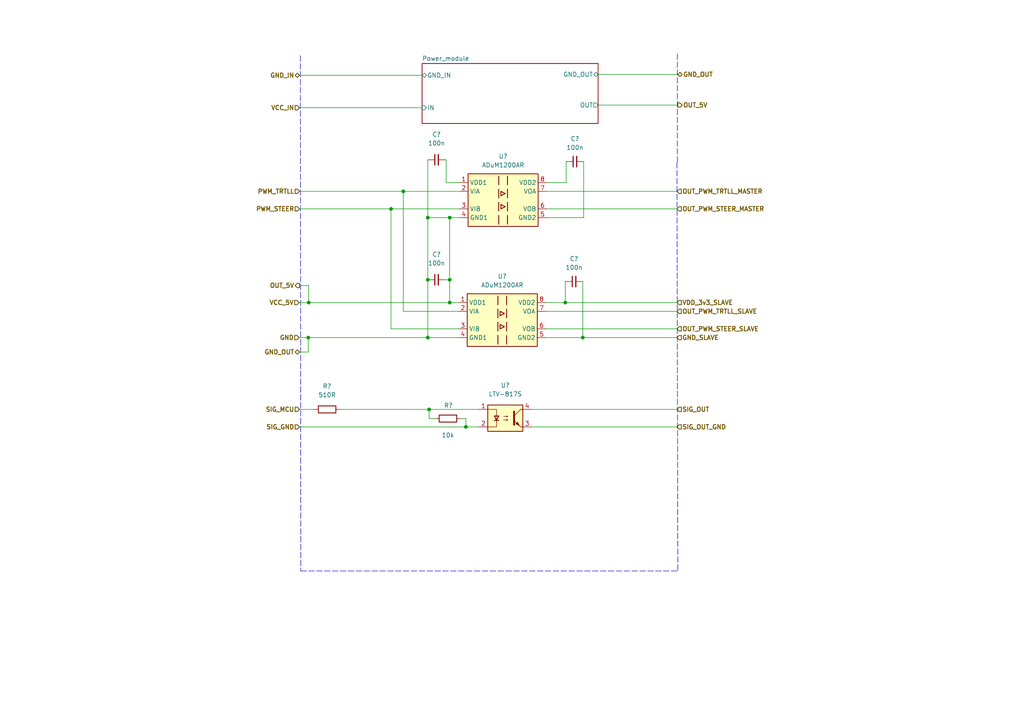
<source format=kicad_sch>
(kicad_sch (version 20211123) (generator eeschema)
  (paper "A4")
  (lib_symbols
    (symbol "Device:C_Small" (pin_numbers hide) (pin_names (offset 0.254) hide)
      (property "Reference" "C" (at 0.254 1.778 0))
      (property "Value" "C_Small" (at 0.254 -2.032 0))
      (symbol "C_Small_0_1"
        (polyline (pts (xy -1.524 -0.508) (xy 1.524 -0.508)) (stroke (width 0.3302)))
        (polyline (pts (xy -1.524 0.508) (xy 1.524 0.508)) (stroke (width 0.3048)))
      )
      (symbol "C_Small_1_1"
        (pin passive line (at 0 2.54 270) (length 2.032) (name "~") (number "1"))
        (pin passive line (at 0 -2.54 90) (length 2.032) (name "~") (number "2"))
      )
    )
    (symbol "Device:R" (pin_numbers hide) (pin_names (offset 0))
      (property "Reference" "R" (at 2.032 0 90))
      (property "Value" "R" (at 0 0 90))
      (symbol "R_0_1"
        (rectangle (start -1.016 -2.54) (end 1.016 2.54) (stroke (width 0.254)))
      )
      (symbol "R_1_1"
        (pin passive line (at 0 3.81 270) (length 1.27) (name "~") (number "1"))
        (pin passive line (at 0 -3.81 90) (length 1.27) (name "~") (number "2"))
      )
    )
    (symbol "Isolator:ADuM1200AR"
      (property "Reference" "U" (at -10.16 8.89 0))
      (property "Value" "ADuM1200AR" (at -2.032 8.89 0))
      (symbol "ADuM1200AR_0_1"
        (rectangle (start -10.16 7.62) (end 10.16 -7.62) (stroke (width 0.254)) (fill (type background)))
        (polyline (pts (xy -1.27 -4.445) (xy -1.27 -6.985)) (stroke (width 0.254)))
        (polyline (pts (xy -1.27 -0.635) (xy -1.27 -3.175)) (stroke (width 0.254)))
        (polyline (pts (xy -1.27 3.175) (xy -1.27 0.635)) (stroke (width 0.254)))
        (polyline (pts (xy -1.27 6.985) (xy -1.27 4.445)) (stroke (width 0.254)))
        (polyline (pts (xy 1.27 -4.445) (xy 1.27 -6.985)) (stroke (width 0.254)))
        (polyline (pts (xy 1.27 -0.635) (xy 1.27 -3.175)) (stroke (width 0.254)))
        (polyline (pts (xy 1.27 3.175) (xy 1.27 0.635)) (stroke (width 0.254)))
        (polyline (pts (xy 1.27 6.985) (xy 1.27 4.445)) (stroke (width 0.254)))
        (polyline (pts (xy -0.635 -1.27) (xy -0.635 -2.54) (xy 0.635 -1.905) (xy -0.635 -1.27)) (stroke (width 0.254)))
        (polyline (pts (xy -0.635 1.27) (xy 0.635 1.905) (xy -0.635 2.54) (xy -0.635 1.27)) (stroke (width 0.254)))
      )
      (symbol "ADuM1200AR_1_1"
        (pin power_in line (at -12.7 5.08 0) (length 2.54) (name "VDD1") (number "1"))
        (pin input line (at -12.7 2.54 0) (length 2.54) (name "VIA") (number "2"))
        (pin input line (at -12.7 -2.54 0) (length 2.54) (name "VIB") (number "3"))
        (pin power_in line (at -12.7 -5.08 0) (length 2.54) (name "GND1") (number "4"))
        (pin power_in line (at 12.7 -5.08 180) (length 2.54) (name "GND2") (number "5"))
        (pin output line (at 12.7 -2.54 180) (length 2.54) (name "VOB") (number "6"))
        (pin output line (at 12.7 2.54 180) (length 2.54) (name "VOA") (number "7"))
        (pin power_in line (at 12.7 5.08 180) (length 2.54) (name "VDD2") (number "8"))
      )
    )
    (symbol "Isolator:LTV-817S" (pin_names (offset 1.016))
      (property "Reference" "U" (at -3.81 5.08 0))
      (property "Value" "LTV-817S" (at 0 -5.08 0))
      (symbol "LTV-817S_1_1"
        (rectangle (start -5.08 3.81) (end 5.08 -3.81) (stroke (width 0.254)) (fill (type background)))
        (polyline (pts (xy -3.175 -0.635) (xy -1.905 -0.635)) (stroke (width 0.254)))
        (polyline (pts (xy 2.54 0.635) (xy 4.445 2.54)))
        (polyline (pts (xy 4.445 -2.54) (xy 2.54 -0.635)) (fill (type outline)))
        (polyline (pts (xy 4.445 -2.54) (xy 5.08 -2.54)))
        (polyline (pts (xy 4.445 2.54) (xy 5.08 2.54)))
        (polyline (pts (xy -5.08 2.54) (xy -2.54 2.54) (xy -2.54 -0.762)))
        (polyline (pts (xy -2.54 -0.635) (xy -2.54 -2.54) (xy -5.08 -2.54)))
        (polyline (pts (xy 2.54 1.905) (xy 2.54 -1.905) (xy 2.54 -1.905)) (stroke (width 0.508)))
        (polyline (pts (xy -2.54 -0.635) (xy -3.175 0.635) (xy -1.905 0.635) (xy -2.54 -0.635)) (stroke (width 0.254)))
        (polyline (pts (xy -0.508 -0.508) (xy 0.762 -0.508) (xy 0.381 -0.635) (xy 0.381 -0.381) (xy 0.762 -0.508)))
        (polyline (pts (xy -0.508 0.508) (xy 0.762 0.508) (xy 0.381 0.381) (xy 0.381 0.635) (xy 0.762 0.508)))
        (polyline (pts (xy 3.048 -1.651) (xy 3.556 -1.143) (xy 4.064 -2.159) (xy 3.048 -1.651) (xy 3.048 -1.651)) (fill (type outline)))
        (pin passive line (at -7.62 2.54 0) (length 2.54) (name "~") (number "1"))
        (pin passive line (at -7.62 -2.54 0) (length 2.54) (name "~") (number "2"))
        (pin passive line (at 7.62 -2.54 180) (length 2.54) (name "~") (number "3"))
        (pin passive line (at 7.62 2.54 180) (length 2.54) (name "~") (number "4"))
      )
    )
  )
  (junction (at 89.408 97.917))
  (junction (at 116.967 55.499))
  (junction (at 130.429 87.757))
  (junction (at 113.411 60.579))
  (junction (at 89.535 87.757))
  (junction (at 163.957 87.757))
  (junction (at 169.037 97.917))
  (junction (at 124.46 118.745))
  (junction (at 124.079 97.917))
  (junction (at 135.128 123.825))
  (junction (at 124.079 81.153))
  (junction (at 124.079 63.119))
  (junction (at 130.429 81.153))
  (junction (at 130.429 63.119))
  (wire (pts (xy 86.868 21.844) (xy 122.428 21.844)))
  (wire (pts (xy 89.535 87.757) (xy 130.429 87.757)))
  (wire (pts (xy 124.46 121.412) (xy 124.46 118.745)))
  (wire (pts (xy 113.411 95.377) (xy 113.411 60.579)))
  (wire (pts (xy 86.868 82.804) (xy 89.535 82.804)))
  (wire (pts (xy 173.482 30.48) (xy 196.596 30.48)))
  (wire (pts (xy 89.408 102.108) (xy 89.408 97.917)))
  (wire (pts (xy 116.967 55.499) (xy 133.223 55.499)))
  (wire (pts (xy 86.868 123.825) (xy 135.128 123.825)))
  (wire (pts (xy 173.482 21.59) (xy 196.596 21.59)))
  (wire (pts (xy 129.413 46.355) (xy 129.159 46.355)))
  (wire (pts (xy 133.731 121.412) (xy 135.128 121.412)))
  (wire (pts (xy 132.969 95.377) (xy 113.411 95.377)))
  (wire (pts (xy 113.411 60.579) (xy 133.223 60.579)))
  (wire (pts (xy 158.623 52.959) (xy 164.211 52.959)))
  (wire (pts (xy 124.079 97.917) (xy 124.079 81.153)))
  (wire (pts (xy 86.741 87.757) (xy 89.535 87.757)))
  (wire (pts (xy 129.413 52.959) (xy 129.413 46.355)))
  (polyline (pts (xy 87.122 16.129) (xy 87.249 165.608)))
  (wire (pts (xy 126.111 121.412) (xy 124.46 121.412)))
  (wire (pts (xy 132.969 90.297) (xy 116.967 90.297)))
  (wire (pts (xy 133.223 63.119) (xy 130.429 63.119)))
  (wire (pts (xy 169.037 97.917) (xy 196.342 97.917)))
  (wire (pts (xy 89.535 82.804) (xy 89.535 87.757)))
  (wire (pts (xy 135.128 123.825) (xy 138.938 123.825)))
  (wire (pts (xy 158.623 63.119) (xy 169.291 63.119)))
  (wire (pts (xy 86.741 97.917) (xy 89.408 97.917)))
  (wire (pts (xy 169.037 81.661) (xy 169.037 97.917)))
  (wire (pts (xy 154.178 123.825) (xy 196.342 123.825)))
  (wire (pts (xy 135.128 121.412) (xy 135.128 123.825)))
  (wire (pts (xy 158.369 97.917) (xy 169.037 97.917)))
  (wire (pts (xy 116.967 90.297) (xy 116.967 55.499)))
  (wire (pts (xy 132.969 97.917) (xy 124.079 97.917)))
  (wire (pts (xy 158.369 87.757) (xy 163.957 87.757)))
  (wire (pts (xy 124.079 63.119) (xy 124.079 81.153)))
  (wire (pts (xy 86.868 31.242) (xy 122.428 31.242)))
  (wire (pts (xy 163.957 87.757) (xy 163.957 81.661)))
  (wire (pts (xy 154.178 118.745) (xy 196.342 118.745)))
  (polyline (pts (xy 196.342 47.117) (xy 196.596 165.608)))
  (wire (pts (xy 164.211 52.959) (xy 164.211 46.863)))
  (wire (pts (xy 130.429 63.119) (xy 124.079 63.119)))
  (wire (pts (xy 86.868 118.745) (xy 91.059 118.745)))
  (wire (pts (xy 133.223 52.959) (xy 129.413 52.959)))
  (wire (pts (xy 86.995 102.108) (xy 89.408 102.108)))
  (wire (pts (xy 130.429 81.153) (xy 130.429 87.757)))
  (wire (pts (xy 130.429 63.119) (xy 130.429 81.153)))
  (wire (pts (xy 124.079 63.119) (xy 124.079 46.355)))
  (wire (pts (xy 158.369 90.297) (xy 196.342 90.297)))
  (wire (pts (xy 132.969 87.757) (xy 130.429 87.757)))
  (wire (pts (xy 89.408 97.917) (xy 124.079 97.917)))
  (wire (pts (xy 86.868 60.579) (xy 113.411 60.579)))
  (polyline (pts (xy 196.469 15.621) (xy 196.469 47.117)))
  (wire (pts (xy 124.46 118.745) (xy 138.938 118.745)))
  (wire (pts (xy 129.159 81.153) (xy 130.429 81.153)))
  (wire (pts (xy 158.623 55.499) (xy 196.342 55.499)))
  (wire (pts (xy 169.291 46.863) (xy 169.291 63.119)))
  (wire (pts (xy 158.623 60.579) (xy 196.342 60.579)))
  (wire (pts (xy 86.868 55.499) (xy 116.967 55.499)))
  (wire (pts (xy 98.679 118.745) (xy 124.46 118.745)))
  (polyline (pts (xy 87.249 165.608) (xy 196.596 165.608)))
  (wire (pts (xy 163.957 87.757) (xy 196.342 87.757)))
  (wire (pts (xy 158.369 95.377) (xy 196.342 95.377)))
  (hierarchical_label "OUT_5V" (shape output) (at 196.596 30.48 0) (effects (font bold)))
  (hierarchical_label "SIG_OUT_GND" (shape input) (at 196.342 123.825 0) (effects (font bold)))
  (hierarchical_label "GND_SLAVE" (shape input) (at 196.342 97.917 0) (effects (font bold)))
  (hierarchical_label "OUT_PWM_STEER_SLAVE" (shape input) (at 196.342 95.377 0) (effects (font bold)))
  (hierarchical_label "OUT_PWM_TRTLL_MASTER" (shape input) (at 196.342 55.499 0) (effects (font bold)))
  (hierarchical_label "GND_OUT" (shape bidirectional) (at 86.868 102.108 180) (effects (font bold)))
  (hierarchical_label "GND" (shape input) (at 86.741 97.917 180) (effects (font bold)))
  (hierarchical_label "VDD_3v3_SLAVE" (shape input) (at 196.342 87.757 0) (effects (font bold)))
  (hierarchical_label "VCC_5V" (shape input) (at 86.741 87.757 180) (effects (font bold)))
  (hierarchical_label "VCC_IN" (shape input) (at 86.868 31.242 180) (effects (font bold)))
  (hierarchical_label "SIG_OUT" (shape input) (at 196.342 118.745 0) (effects (font bold)))
  (hierarchical_label "GND_IN" (shape bidirectional) (at 86.868 21.844 180) (effects (font bold)))
  (hierarchical_label "GND_OUT" (shape bidirectional) (at 196.596 21.59 0) (effects (font bold)))
  (hierarchical_label "SIG_GND" (shape input) (at 86.868 123.825 180) (effects (font bold)))
  (hierarchical_label "OUT_PWM_STEER_MASTER" (shape input) (at 196.342 60.579 0) (effects (font bold)))
  (hierarchical_label "SIG_MCU" (shape input) (at 86.868 118.745 180) (effects (font bold)))
  (hierarchical_label "PWM_TRTLL" (shape input) (at 86.868 55.499 180) (effects (font bold)))
  (hierarchical_label "OUT_PWM_TRTLL_SLAVE" (shape input) (at 196.342 90.297 0) (effects (font bold)))
  (hierarchical_label "PWM_STEER" (shape input) (at 86.868 60.579 180) (effects (font bold)))
  (hierarchical_label "OUT_5V" (shape output) (at 86.868 82.804 180) (effects (font bold)))
  (symbol (lib_id "Isolator:ADuM1200AR") (at 145.669 92.837 0) (unit 1)
    (property "Reference" "U?" (at 145.669 80.137 0))
    (property "Value" "ADuM1200AR" (at 145.669 82.677 0))
    (property "Footprint" "Package_SO:SOIC-8_3.9x4.9mm_P1.27mm" (effects hide))
    (property "Datasheet" "https://www.analog.com/media/en/technical-documentation/data-sheets/ADuM1200_1201.pdf" (effects hide))
  )
  (symbol (lib_id "Device:C_Small") (at 166.497 81.661 90) (unit 1)
    (property "Reference" "C?" (at 166.5033 75.057 90))
    (property "Value" "100n" (at 166.5033 77.597 90))
  )
  (symbol (lib_id "Device:R") (at 129.921 121.412 90) (unit 1)
    (property "Reference" "R?" (at 130.048 117.602 90))
    (property "Value" "10k" (at 129.921 126.238 90))
  )
  (symbol (lib_id "Device:R") (at 94.869 118.745 90) (unit 1)
    (property "Reference" "R?" (at 94.869 112.014 90))
    (property "Value" "510R" (at 94.869 114.554 90))
  )
  (symbol (lib_id "Device:C_Small") (at 126.619 46.355 90) (unit 1)
    (property "Reference" "C?" (at 126.6253 38.989 90))
    (property "Value" "100n" (at 126.6253 41.529 90))
  )
  (symbol (lib_id "Isolator:LTV-817S") (at 146.558 121.285 0) (unit 1)
    (property "Reference" "U?" (at 146.558 111.76 0))
    (property "Value" "LTV-817S" (at 146.558 114.3 0))
    (property "Footprint" "Package_DIP:SMDIP-4_W9.53mm" (effects hide))
    (property "Datasheet" "http://www.us.liteon.com/downloads/LTV-817-827-847.PDF" (effects hide))
  )
  (symbol (lib_id "Device:C_Small") (at 166.751 46.863 90) (unit 1)
    (property "Reference" "C?" (at 166.7573 40.259 90))
    (property "Value" "100n" (at 166.7573 42.799 90))
  )
  (symbol (lib_id "Device:C_Small") (at 126.619 81.153 90) (unit 1)
    (property "Reference" "C?" (at 126.6253 73.787 90))
    (property "Value" "100n" (at 126.6253 76.327 90))
  )
  (symbol (lib_id "Isolator:ADuM1200AR") (at 145.923 58.039 0) (unit 1)
    (property "Reference" "U?" (at 145.923 45.339 0))
    (property "Value" "ADuM1200AR" (at 145.923 47.879 0))
    (property "Footprint" "Package_SO:SOIC-8_3.9x4.9mm_P1.27mm" (effects hide))
    (property "Datasheet" "https://www.analog.com/media/en/technical-documentation/data-sheets/ADuM1200_1201.pdf" (effects hide))
  )
  (sheet (at 122.428 18.415) (size 51.054 17.399) (stroke (width 0.1524))
    (property "Sheet name" "Power_module" (at 122.428 17.7034 0) (effects (justify left bottom)))
    (property "Sheet file" "power_mod.kicad_sch" (effects hide))
    (pin "OUT" output (at 173.482 30.48 0))
    (pin "GND_OUT" bidirectional (at 173.482 21.59 0))
    (pin "IN" input (at 122.428 31.242 180))
    (pin "GND_IN" bidirectional (at 122.428 21.844 180))
  )
)
</source>
